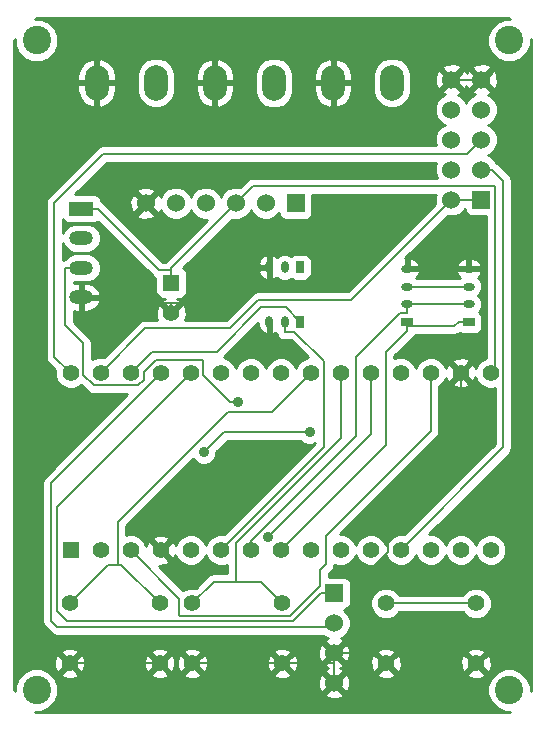
<source format=gbl>
G04 (created by PCBNEW-RS274X (2012-apr-16-27)-stable) date Mon 12 May 2014 12:41:31 BST*
G01*
G70*
G90*
%MOIN*%
G04 Gerber Fmt 3.4, Leading zero omitted, Abs format*
%FSLAX34Y34*%
G04 APERTURE LIST*
%ADD10C,0.006000*%
%ADD11C,0.055000*%
%ADD12R,0.060000X0.060000*%
%ADD13C,0.060000*%
%ADD14O,0.039400X0.027600*%
%ADD15R,0.039400X0.027600*%
%ADD16O,0.027600X0.039400*%
%ADD17R,0.027600X0.039400*%
%ADD18R,0.055000X0.055000*%
%ADD19C,0.094500*%
%ADD20O,0.078700X0.047200*%
%ADD21R,0.078800X0.047200*%
%ADD22O,0.078700X0.118700*%
%ADD23C,0.035000*%
%ADD24C,0.008000*%
%ADD25C,0.010000*%
G04 APERTURE END LIST*
G54D10*
G54D11*
X73863Y-44276D03*
X73863Y-46276D03*
X70863Y-44276D03*
X70863Y-46276D03*
X67406Y-44276D03*
X67406Y-46276D03*
X64406Y-44276D03*
X64406Y-46276D03*
X63312Y-44276D03*
X63312Y-46276D03*
X60312Y-44276D03*
X60312Y-46276D03*
G54D12*
X69134Y-43933D03*
G54D13*
X69134Y-44933D03*
X69134Y-45933D03*
X69134Y-46933D03*
G54D12*
X67854Y-30945D03*
G54D13*
X66854Y-30945D03*
X65854Y-30945D03*
X64854Y-30945D03*
X63854Y-30945D03*
X62854Y-30945D03*
G54D14*
X71574Y-33130D03*
G54D15*
X71574Y-34902D03*
G54D14*
X71574Y-33721D03*
X71574Y-34311D03*
X71574Y-34311D03*
X71574Y-33721D03*
G54D15*
X71574Y-34902D03*
G54D14*
X71574Y-33130D03*
X73622Y-33130D03*
G54D15*
X73622Y-34902D03*
G54D14*
X73622Y-33721D03*
X73622Y-34311D03*
X73622Y-34311D03*
X73622Y-33721D03*
G54D15*
X73622Y-34902D03*
G54D14*
X73622Y-33130D03*
G54D16*
X67481Y-34882D03*
X66969Y-34882D03*
G54D17*
X67993Y-34882D03*
G54D16*
X67481Y-33071D03*
X66969Y-33071D03*
G54D17*
X67993Y-33071D03*
G54D18*
X63701Y-33594D03*
G54D11*
X63701Y-34594D03*
X74351Y-42500D03*
X73351Y-36594D03*
X72351Y-36594D03*
X71351Y-36594D03*
X70351Y-36594D03*
X69351Y-36594D03*
X68351Y-36594D03*
X67351Y-36594D03*
X66351Y-36594D03*
X65351Y-36594D03*
X64351Y-36594D03*
X63351Y-36594D03*
X62351Y-36594D03*
X61351Y-36594D03*
X60351Y-36594D03*
G54D18*
X60351Y-42500D03*
G54D11*
X61351Y-42500D03*
X62351Y-42500D03*
X63351Y-42500D03*
X64351Y-42500D03*
X65351Y-42500D03*
X66351Y-42500D03*
X67351Y-42500D03*
X68351Y-42500D03*
X69351Y-42500D03*
X70351Y-42500D03*
X71351Y-42500D03*
X72351Y-42500D03*
X73351Y-42500D03*
X74351Y-36594D03*
G54D12*
X74043Y-30819D03*
G54D13*
X73043Y-30819D03*
X74043Y-29819D03*
X73043Y-29819D03*
X74043Y-28819D03*
X73043Y-28819D03*
X74043Y-27819D03*
X73043Y-27819D03*
X74043Y-26819D03*
X73043Y-26819D03*
G54D19*
X74962Y-47165D03*
X59213Y-25512D03*
X74961Y-25512D03*
X59214Y-47165D03*
G54D20*
X60709Y-32106D03*
X60709Y-33090D03*
G54D21*
X60709Y-31122D03*
G54D20*
X60709Y-34074D03*
G54D22*
X63189Y-26929D03*
X61221Y-26929D03*
X67125Y-26930D03*
X65157Y-26930D03*
X71063Y-26929D03*
X69095Y-26929D03*
G54D23*
X65919Y-37551D03*
X68316Y-38560D03*
X64786Y-39238D03*
X66917Y-42076D03*
G54D24*
X66600Y-34158D02*
X65647Y-35111D01*
X69704Y-34158D02*
X66600Y-34158D01*
X73043Y-30819D02*
X69704Y-34158D01*
X74043Y-30819D02*
X73600Y-30819D01*
X73043Y-30819D02*
X73600Y-30819D01*
X62834Y-35111D02*
X61351Y-36594D01*
X65647Y-35111D02*
X62834Y-35111D01*
X65223Y-35888D02*
X63057Y-35888D01*
X66705Y-34406D02*
X65223Y-35888D01*
X67517Y-34406D02*
X66705Y-34406D01*
X67993Y-34882D02*
X67517Y-34406D01*
X63057Y-35888D02*
X62351Y-36594D01*
X71574Y-33721D02*
X71914Y-33721D01*
X73622Y-33721D02*
X73282Y-33721D01*
X73282Y-33721D02*
X71914Y-33721D01*
X67481Y-34882D02*
X67481Y-35222D01*
X68785Y-39066D02*
X65351Y-42500D01*
X68785Y-36196D02*
X68785Y-39066D01*
X67811Y-35222D02*
X68785Y-36196D01*
X67481Y-35222D02*
X67811Y-35222D01*
X74382Y-29819D02*
X74043Y-29819D01*
X71351Y-42500D02*
X74776Y-39075D01*
X74776Y-39075D02*
X74776Y-30213D01*
X74776Y-30213D02*
X74382Y-29819D01*
X61599Y-42989D02*
X61917Y-42989D01*
X60312Y-44276D02*
X61599Y-42989D01*
X62025Y-42989D02*
X63312Y-44276D01*
X61917Y-42989D02*
X62025Y-42989D01*
X67055Y-37890D02*
X68351Y-36594D01*
X65600Y-37890D02*
X67055Y-37890D01*
X61917Y-41573D02*
X65600Y-37890D01*
X61917Y-42989D02*
X61917Y-41573D01*
X64748Y-36160D02*
X64770Y-36182D01*
X63193Y-36160D02*
X64748Y-36160D01*
X62785Y-36568D02*
X63193Y-36160D01*
X62785Y-36832D02*
X62785Y-36568D01*
X62604Y-37013D02*
X62785Y-36832D01*
X60172Y-33090D02*
X60172Y-35003D01*
X64770Y-36182D02*
X64770Y-36665D01*
X64770Y-36665D02*
X65656Y-37551D01*
X65656Y-37551D02*
X65919Y-37551D01*
X60709Y-33090D02*
X60172Y-33090D01*
X61118Y-37013D02*
X62604Y-37013D01*
X60770Y-36665D02*
X61118Y-37013D01*
X60770Y-35601D02*
X60770Y-36665D01*
X60172Y-35003D02*
X60770Y-35601D01*
X65464Y-38560D02*
X68316Y-38560D01*
X64786Y-39238D02*
X65464Y-38560D01*
X67668Y-44695D02*
X68677Y-43686D01*
X72351Y-38541D02*
X72351Y-36594D01*
X68851Y-42041D02*
X72351Y-38541D01*
X62351Y-42500D02*
X63970Y-44119D01*
X68677Y-43150D02*
X68851Y-42976D01*
X63992Y-44695D02*
X67668Y-44695D01*
X63970Y-44673D02*
X63992Y-44695D01*
X63970Y-44119D02*
X63970Y-44673D01*
X68851Y-42976D02*
X68851Y-42041D01*
X68677Y-43686D02*
X68677Y-43150D01*
X59805Y-36048D02*
X60351Y-36594D01*
X59805Y-30932D02*
X59805Y-36048D01*
X61436Y-29301D02*
X59805Y-30932D01*
X73561Y-29301D02*
X61436Y-29301D01*
X74043Y-28819D02*
X73561Y-29301D01*
X70851Y-35906D02*
X71574Y-35183D01*
X71574Y-35042D02*
X73142Y-35042D01*
X73142Y-35042D02*
X73282Y-34902D01*
X71574Y-35042D02*
X71574Y-35183D01*
X71574Y-34902D02*
X71574Y-35042D01*
X67351Y-42500D02*
X70851Y-39000D01*
X70851Y-39000D02*
X70851Y-35906D01*
X73622Y-34902D02*
X73282Y-34902D01*
X71574Y-34311D02*
X71574Y-34592D01*
X69851Y-38692D02*
X66351Y-42192D01*
X66351Y-42192D02*
X66351Y-42500D01*
X69851Y-36066D02*
X69851Y-38692D01*
X71325Y-34592D02*
X69851Y-36066D01*
X71574Y-34592D02*
X71325Y-34592D01*
X73622Y-34311D02*
X73282Y-34311D01*
X71574Y-34311D02*
X71914Y-34311D01*
X71914Y-34311D02*
X73282Y-34311D01*
X65851Y-42261D02*
X65851Y-43551D01*
X69351Y-38761D02*
X65851Y-42261D01*
X69351Y-36594D02*
X69351Y-38761D01*
X66681Y-43551D02*
X65851Y-43551D01*
X67406Y-44276D02*
X66681Y-43551D01*
X65131Y-43551D02*
X64406Y-44276D01*
X65851Y-43551D02*
X65131Y-43551D01*
X70351Y-38642D02*
X66917Y-42076D01*
X73863Y-44276D02*
X70863Y-44276D01*
X70351Y-36594D02*
X70351Y-38642D01*
X69006Y-45061D02*
X69134Y-44933D01*
X59889Y-45061D02*
X69006Y-45061D01*
X59685Y-44857D02*
X59889Y-45061D01*
X59685Y-40260D02*
X59685Y-44857D01*
X63351Y-36594D02*
X59685Y-40260D01*
X59888Y-41057D02*
X59888Y-44532D01*
X60234Y-44878D02*
X67746Y-44878D01*
X59888Y-44532D02*
X60234Y-44878D01*
X67746Y-44878D02*
X68691Y-43933D01*
X64351Y-36594D02*
X59888Y-41057D01*
X69134Y-43933D02*
X68691Y-43933D01*
X69134Y-45933D02*
X69134Y-46276D01*
X69134Y-46276D02*
X69134Y-46933D01*
X69134Y-45933D02*
X70306Y-45933D01*
X70306Y-45933D02*
X70520Y-45933D01*
X70520Y-45933D02*
X70863Y-46276D01*
X73351Y-36594D02*
X73351Y-39848D01*
X73351Y-39848D02*
X70932Y-42267D01*
X70932Y-42267D02*
X70932Y-42571D01*
X70932Y-42571D02*
X70306Y-43197D01*
X70306Y-43197D02*
X70306Y-45933D01*
X64406Y-46276D02*
X67406Y-46276D01*
X66688Y-33071D02*
X65502Y-34257D01*
X65502Y-34257D02*
X63701Y-34257D01*
X63701Y-34594D02*
X63701Y-34257D01*
X60709Y-34074D02*
X61246Y-34074D01*
X66969Y-33071D02*
X66688Y-33071D01*
X68558Y-26929D02*
X67509Y-25880D01*
X61429Y-34257D02*
X61246Y-34074D01*
X60312Y-46276D02*
X63312Y-46276D01*
X74043Y-26819D02*
X73043Y-26819D01*
X63701Y-34257D02*
X61429Y-34257D01*
X67509Y-25880D02*
X66744Y-25880D01*
X68827Y-26929D02*
X69095Y-26929D01*
X65157Y-26930D02*
X65694Y-26930D01*
X67406Y-46276D02*
X69134Y-46276D01*
X69095Y-26929D02*
X69632Y-26929D01*
X69632Y-26929D02*
X70432Y-26129D01*
X70432Y-26129D02*
X72353Y-26129D01*
X72353Y-26129D02*
X73043Y-26819D01*
X68827Y-26929D02*
X68558Y-26929D01*
X66744Y-25880D02*
X65694Y-26930D01*
X60709Y-31122D02*
X61246Y-31122D01*
X63701Y-33594D02*
X63701Y-33176D01*
X63300Y-33176D02*
X63701Y-33176D01*
X61246Y-31122D02*
X63300Y-33176D01*
X63701Y-33098D02*
X65854Y-30945D01*
X63701Y-33176D02*
X63701Y-33098D01*
X74487Y-36458D02*
X74351Y-36594D01*
X74487Y-30397D02*
X74487Y-36458D01*
X74465Y-30375D02*
X74487Y-30397D01*
X66424Y-30375D02*
X74465Y-30375D01*
X65854Y-30945D02*
X66424Y-30375D01*
G54D10*
G36*
X68248Y-36069D02*
X68247Y-36069D01*
X68054Y-36149D01*
X67906Y-36296D01*
X67850Y-36429D01*
X67796Y-36297D01*
X67649Y-36149D01*
X67456Y-36069D01*
X67247Y-36069D01*
X67054Y-36149D01*
X66919Y-36283D01*
X66906Y-36296D01*
X66850Y-36429D01*
X66796Y-36297D01*
X66649Y-36149D01*
X66456Y-36069D01*
X66247Y-36069D01*
X66054Y-36149D01*
X65906Y-36296D01*
X65850Y-36429D01*
X65796Y-36297D01*
X65649Y-36149D01*
X65456Y-36069D01*
X65452Y-36069D01*
X66581Y-34940D01*
X66581Y-34982D01*
X66596Y-34982D01*
X66587Y-34992D01*
X66636Y-35134D01*
X66735Y-35247D01*
X66860Y-35312D01*
X66919Y-35263D01*
X66919Y-34982D01*
X66919Y-34932D01*
X66919Y-34832D01*
X67019Y-34832D01*
X67019Y-34932D01*
X67019Y-34982D01*
X67019Y-35263D01*
X67078Y-35312D01*
X67196Y-35250D01*
X67213Y-35333D01*
X67276Y-35427D01*
X67370Y-35490D01*
X67481Y-35512D01*
X67691Y-35512D01*
X68248Y-36069D01*
X68248Y-36069D01*
G37*
G54D25*
X68248Y-36069D02*
X68247Y-36069D01*
X68054Y-36149D01*
X67906Y-36296D01*
X67850Y-36429D01*
X67796Y-36297D01*
X67649Y-36149D01*
X67456Y-36069D01*
X67247Y-36069D01*
X67054Y-36149D01*
X66919Y-36283D01*
X66906Y-36296D01*
X66850Y-36429D01*
X66796Y-36297D01*
X66649Y-36149D01*
X66456Y-36069D01*
X66247Y-36069D01*
X66054Y-36149D01*
X65906Y-36296D01*
X65850Y-36429D01*
X65796Y-36297D01*
X65649Y-36149D01*
X65456Y-36069D01*
X65452Y-36069D01*
X66581Y-34940D01*
X66581Y-34982D01*
X66596Y-34982D01*
X66587Y-34992D01*
X66636Y-35134D01*
X66735Y-35247D01*
X66860Y-35312D01*
X66919Y-35263D01*
X66919Y-34982D01*
X66919Y-34932D01*
X66919Y-34832D01*
X67019Y-34832D01*
X67019Y-34932D01*
X67019Y-34982D01*
X67019Y-35263D01*
X67078Y-35312D01*
X67196Y-35250D01*
X67213Y-35333D01*
X67276Y-35427D01*
X67370Y-35490D01*
X67481Y-35512D01*
X67691Y-35512D01*
X68248Y-36069D01*
G54D10*
G36*
X68494Y-38946D02*
X65463Y-41977D01*
X65456Y-41975D01*
X65247Y-41975D01*
X65054Y-42055D01*
X64906Y-42202D01*
X64850Y-42335D01*
X64796Y-42203D01*
X64649Y-42055D01*
X64456Y-41975D01*
X64247Y-41975D01*
X64054Y-42055D01*
X63906Y-42202D01*
X63847Y-42342D01*
X63803Y-42233D01*
X63712Y-42210D01*
X63641Y-42281D01*
X63641Y-42139D01*
X63618Y-42048D01*
X63425Y-41981D01*
X63221Y-41992D01*
X63084Y-42048D01*
X63061Y-42139D01*
X63351Y-42429D01*
X63641Y-42139D01*
X63641Y-42281D01*
X63422Y-42500D01*
X63712Y-42790D01*
X63803Y-42767D01*
X63844Y-42648D01*
X63906Y-42797D01*
X64053Y-42945D01*
X64246Y-43025D01*
X64455Y-43025D01*
X64648Y-42945D01*
X64796Y-42798D01*
X64851Y-42664D01*
X64906Y-42797D01*
X65053Y-42945D01*
X65246Y-43025D01*
X65455Y-43025D01*
X65561Y-42981D01*
X65561Y-43261D01*
X65131Y-43261D01*
X65020Y-43283D01*
X64926Y-43346D01*
X64518Y-43753D01*
X64511Y-43751D01*
X64302Y-43751D01*
X64109Y-43831D01*
X64100Y-43839D01*
X63279Y-43018D01*
X63481Y-43008D01*
X63618Y-42952D01*
X63641Y-42861D01*
X63386Y-42606D01*
X63351Y-42571D01*
X63280Y-42500D01*
X63245Y-42465D01*
X62990Y-42210D01*
X62899Y-42233D01*
X62857Y-42351D01*
X62796Y-42203D01*
X62649Y-42055D01*
X62456Y-41975D01*
X62247Y-41975D01*
X62207Y-41991D01*
X62207Y-41693D01*
X64424Y-39475D01*
X64425Y-39478D01*
X64545Y-39598D01*
X64701Y-39663D01*
X64870Y-39663D01*
X65026Y-39599D01*
X65146Y-39479D01*
X65211Y-39323D01*
X65211Y-39223D01*
X65584Y-38850D01*
X68005Y-38850D01*
X68075Y-38920D01*
X68231Y-38985D01*
X68400Y-38985D01*
X68494Y-38946D01*
X68494Y-38946D01*
G37*
G54D25*
X68494Y-38946D02*
X65463Y-41977D01*
X65456Y-41975D01*
X65247Y-41975D01*
X65054Y-42055D01*
X64906Y-42202D01*
X64850Y-42335D01*
X64796Y-42203D01*
X64649Y-42055D01*
X64456Y-41975D01*
X64247Y-41975D01*
X64054Y-42055D01*
X63906Y-42202D01*
X63847Y-42342D01*
X63803Y-42233D01*
X63712Y-42210D01*
X63641Y-42281D01*
X63641Y-42139D01*
X63618Y-42048D01*
X63425Y-41981D01*
X63221Y-41992D01*
X63084Y-42048D01*
X63061Y-42139D01*
X63351Y-42429D01*
X63641Y-42139D01*
X63641Y-42281D01*
X63422Y-42500D01*
X63712Y-42790D01*
X63803Y-42767D01*
X63844Y-42648D01*
X63906Y-42797D01*
X64053Y-42945D01*
X64246Y-43025D01*
X64455Y-43025D01*
X64648Y-42945D01*
X64796Y-42798D01*
X64851Y-42664D01*
X64906Y-42797D01*
X65053Y-42945D01*
X65246Y-43025D01*
X65455Y-43025D01*
X65561Y-42981D01*
X65561Y-43261D01*
X65131Y-43261D01*
X65020Y-43283D01*
X64926Y-43346D01*
X64518Y-43753D01*
X64511Y-43751D01*
X64302Y-43751D01*
X64109Y-43831D01*
X64100Y-43839D01*
X63279Y-43018D01*
X63481Y-43008D01*
X63618Y-42952D01*
X63641Y-42861D01*
X63386Y-42606D01*
X63351Y-42571D01*
X63280Y-42500D01*
X63245Y-42465D01*
X62990Y-42210D01*
X62899Y-42233D01*
X62857Y-42351D01*
X62796Y-42203D01*
X62649Y-42055D01*
X62456Y-41975D01*
X62247Y-41975D01*
X62207Y-41991D01*
X62207Y-41693D01*
X64424Y-39475D01*
X64425Y-39478D01*
X64545Y-39598D01*
X64701Y-39663D01*
X64870Y-39663D01*
X65026Y-39599D01*
X65146Y-39479D01*
X65211Y-39323D01*
X65211Y-39223D01*
X65584Y-38850D01*
X68005Y-38850D01*
X68075Y-38920D01*
X68231Y-38985D01*
X68400Y-38985D01*
X68494Y-38946D01*
G54D10*
G36*
X72512Y-30665D02*
X72494Y-30710D01*
X72494Y-30928D01*
X72502Y-30949D01*
X69584Y-33868D01*
X68380Y-33868D01*
X68380Y-33318D01*
X68380Y-33219D01*
X68380Y-32825D01*
X68342Y-32733D01*
X68272Y-32663D01*
X68181Y-32625D01*
X68082Y-32625D01*
X67806Y-32625D01*
X67714Y-32663D01*
X67695Y-32681D01*
X67558Y-32623D01*
X67406Y-32623D01*
X67266Y-32681D01*
X67220Y-32726D01*
X67203Y-32706D01*
X67078Y-32641D01*
X67019Y-32690D01*
X67019Y-32971D01*
X67019Y-33021D01*
X67019Y-33121D01*
X67019Y-33171D01*
X67019Y-33452D01*
X67078Y-33501D01*
X67203Y-33436D01*
X67220Y-33415D01*
X67265Y-33460D01*
X67404Y-33519D01*
X67556Y-33519D01*
X67696Y-33461D01*
X67714Y-33479D01*
X67805Y-33517D01*
X67904Y-33517D01*
X68180Y-33517D01*
X68272Y-33479D01*
X68342Y-33409D01*
X68380Y-33318D01*
X68380Y-33868D01*
X66919Y-33868D01*
X66919Y-33452D01*
X66919Y-33121D01*
X66919Y-33021D01*
X66919Y-32690D01*
X66860Y-32641D01*
X66735Y-32706D01*
X66636Y-32819D01*
X66587Y-32961D01*
X66646Y-33021D01*
X66919Y-33021D01*
X66919Y-33121D01*
X66646Y-33121D01*
X66587Y-33181D01*
X66636Y-33323D01*
X66735Y-33436D01*
X66860Y-33501D01*
X66919Y-33452D01*
X66919Y-33868D01*
X66600Y-33868D01*
X66489Y-33890D01*
X66457Y-33911D01*
X66394Y-33953D01*
X65526Y-34821D01*
X64166Y-34821D01*
X64220Y-34668D01*
X64209Y-34464D01*
X64153Y-34327D01*
X64062Y-34304D01*
X63807Y-34559D01*
X63772Y-34594D01*
X63701Y-34665D01*
X63630Y-34594D01*
X63595Y-34559D01*
X63340Y-34304D01*
X63249Y-34327D01*
X63182Y-34520D01*
X63193Y-34724D01*
X63232Y-34821D01*
X62834Y-34821D01*
X62723Y-34843D01*
X62629Y-34906D01*
X61463Y-36071D01*
X61456Y-36069D01*
X61335Y-36069D01*
X61335Y-34199D01*
X61335Y-33949D01*
X61325Y-33914D01*
X61229Y-33750D01*
X61078Y-33636D01*
X60894Y-33588D01*
X60759Y-33588D01*
X60759Y-34024D01*
X61287Y-34024D01*
X61335Y-33949D01*
X61335Y-34199D01*
X61287Y-34124D01*
X60759Y-34124D01*
X60759Y-34560D01*
X60894Y-34560D01*
X61078Y-34512D01*
X61229Y-34398D01*
X61325Y-34234D01*
X61335Y-34199D01*
X61335Y-36069D01*
X61247Y-36069D01*
X61060Y-36146D01*
X61060Y-35601D01*
X61038Y-35490D01*
X61037Y-35489D01*
X61016Y-35458D01*
X60975Y-35396D01*
X60975Y-35395D01*
X60462Y-34882D01*
X60462Y-34543D01*
X60524Y-34560D01*
X60659Y-34560D01*
X60659Y-34174D01*
X60659Y-34124D01*
X60659Y-34024D01*
X60659Y-33974D01*
X60659Y-33588D01*
X60524Y-33588D01*
X60462Y-33604D01*
X60462Y-33567D01*
X60634Y-33567D01*
X60972Y-33567D01*
X61147Y-33495D01*
X61282Y-33361D01*
X61355Y-33186D01*
X61355Y-32996D01*
X61283Y-32821D01*
X61149Y-32686D01*
X60974Y-32613D01*
X60784Y-32613D01*
X60446Y-32613D01*
X60271Y-32685D01*
X60150Y-32804D01*
X60095Y-32815D01*
X60095Y-32277D01*
X60135Y-32375D01*
X60269Y-32510D01*
X60444Y-32583D01*
X60634Y-32583D01*
X60972Y-32583D01*
X61147Y-32511D01*
X61282Y-32377D01*
X61355Y-32202D01*
X61355Y-32012D01*
X61283Y-31837D01*
X61149Y-31702D01*
X60974Y-31629D01*
X60784Y-31629D01*
X60446Y-31629D01*
X60271Y-31701D01*
X60136Y-31835D01*
X60095Y-31933D01*
X60095Y-31477D01*
X60104Y-31499D01*
X60174Y-31569D01*
X60265Y-31607D01*
X60364Y-31607D01*
X61152Y-31607D01*
X61244Y-31569D01*
X61263Y-31549D01*
X63094Y-33380D01*
X63095Y-33381D01*
X63177Y-33435D01*
X63177Y-33918D01*
X63215Y-34010D01*
X63285Y-34080D01*
X63376Y-34118D01*
X63475Y-34118D01*
X63492Y-34118D01*
X63434Y-34142D01*
X63411Y-34233D01*
X63701Y-34523D01*
X63991Y-34233D01*
X63968Y-34142D01*
X63898Y-34118D01*
X64025Y-34118D01*
X64117Y-34080D01*
X64187Y-34010D01*
X64225Y-33919D01*
X64225Y-33820D01*
X64225Y-33270D01*
X64187Y-33178D01*
X64117Y-33108D01*
X64105Y-33103D01*
X65723Y-31485D01*
X65745Y-31494D01*
X65963Y-31494D01*
X66165Y-31410D01*
X66319Y-31256D01*
X66354Y-31171D01*
X66389Y-31256D01*
X66543Y-31410D01*
X66745Y-31494D01*
X66963Y-31494D01*
X67165Y-31410D01*
X67305Y-31270D01*
X67305Y-31294D01*
X67343Y-31386D01*
X67413Y-31456D01*
X67504Y-31494D01*
X67603Y-31494D01*
X68203Y-31494D01*
X68295Y-31456D01*
X68365Y-31386D01*
X68403Y-31295D01*
X68403Y-31196D01*
X68403Y-30665D01*
X72512Y-30665D01*
X72512Y-30665D01*
G37*
G54D25*
X72512Y-30665D02*
X72494Y-30710D01*
X72494Y-30928D01*
X72502Y-30949D01*
X69584Y-33868D01*
X68380Y-33868D01*
X68380Y-33318D01*
X68380Y-33219D01*
X68380Y-32825D01*
X68342Y-32733D01*
X68272Y-32663D01*
X68181Y-32625D01*
X68082Y-32625D01*
X67806Y-32625D01*
X67714Y-32663D01*
X67695Y-32681D01*
X67558Y-32623D01*
X67406Y-32623D01*
X67266Y-32681D01*
X67220Y-32726D01*
X67203Y-32706D01*
X67078Y-32641D01*
X67019Y-32690D01*
X67019Y-32971D01*
X67019Y-33021D01*
X67019Y-33121D01*
X67019Y-33171D01*
X67019Y-33452D01*
X67078Y-33501D01*
X67203Y-33436D01*
X67220Y-33415D01*
X67265Y-33460D01*
X67404Y-33519D01*
X67556Y-33519D01*
X67696Y-33461D01*
X67714Y-33479D01*
X67805Y-33517D01*
X67904Y-33517D01*
X68180Y-33517D01*
X68272Y-33479D01*
X68342Y-33409D01*
X68380Y-33318D01*
X68380Y-33868D01*
X66919Y-33868D01*
X66919Y-33452D01*
X66919Y-33121D01*
X66919Y-33021D01*
X66919Y-32690D01*
X66860Y-32641D01*
X66735Y-32706D01*
X66636Y-32819D01*
X66587Y-32961D01*
X66646Y-33021D01*
X66919Y-33021D01*
X66919Y-33121D01*
X66646Y-33121D01*
X66587Y-33181D01*
X66636Y-33323D01*
X66735Y-33436D01*
X66860Y-33501D01*
X66919Y-33452D01*
X66919Y-33868D01*
X66600Y-33868D01*
X66489Y-33890D01*
X66457Y-33911D01*
X66394Y-33953D01*
X65526Y-34821D01*
X64166Y-34821D01*
X64220Y-34668D01*
X64209Y-34464D01*
X64153Y-34327D01*
X64062Y-34304D01*
X63807Y-34559D01*
X63772Y-34594D01*
X63701Y-34665D01*
X63630Y-34594D01*
X63595Y-34559D01*
X63340Y-34304D01*
X63249Y-34327D01*
X63182Y-34520D01*
X63193Y-34724D01*
X63232Y-34821D01*
X62834Y-34821D01*
X62723Y-34843D01*
X62629Y-34906D01*
X61463Y-36071D01*
X61456Y-36069D01*
X61335Y-36069D01*
X61335Y-34199D01*
X61335Y-33949D01*
X61325Y-33914D01*
X61229Y-33750D01*
X61078Y-33636D01*
X60894Y-33588D01*
X60759Y-33588D01*
X60759Y-34024D01*
X61287Y-34024D01*
X61335Y-33949D01*
X61335Y-34199D01*
X61287Y-34124D01*
X60759Y-34124D01*
X60759Y-34560D01*
X60894Y-34560D01*
X61078Y-34512D01*
X61229Y-34398D01*
X61325Y-34234D01*
X61335Y-34199D01*
X61335Y-36069D01*
X61247Y-36069D01*
X61060Y-36146D01*
X61060Y-35601D01*
X61038Y-35490D01*
X61037Y-35489D01*
X61016Y-35458D01*
X60975Y-35396D01*
X60975Y-35395D01*
X60462Y-34882D01*
X60462Y-34543D01*
X60524Y-34560D01*
X60659Y-34560D01*
X60659Y-34174D01*
X60659Y-34124D01*
X60659Y-34024D01*
X60659Y-33974D01*
X60659Y-33588D01*
X60524Y-33588D01*
X60462Y-33604D01*
X60462Y-33567D01*
X60634Y-33567D01*
X60972Y-33567D01*
X61147Y-33495D01*
X61282Y-33361D01*
X61355Y-33186D01*
X61355Y-32996D01*
X61283Y-32821D01*
X61149Y-32686D01*
X60974Y-32613D01*
X60784Y-32613D01*
X60446Y-32613D01*
X60271Y-32685D01*
X60150Y-32804D01*
X60095Y-32815D01*
X60095Y-32277D01*
X60135Y-32375D01*
X60269Y-32510D01*
X60444Y-32583D01*
X60634Y-32583D01*
X60972Y-32583D01*
X61147Y-32511D01*
X61282Y-32377D01*
X61355Y-32202D01*
X61355Y-32012D01*
X61283Y-31837D01*
X61149Y-31702D01*
X60974Y-31629D01*
X60784Y-31629D01*
X60446Y-31629D01*
X60271Y-31701D01*
X60136Y-31835D01*
X60095Y-31933D01*
X60095Y-31477D01*
X60104Y-31499D01*
X60174Y-31569D01*
X60265Y-31607D01*
X60364Y-31607D01*
X61152Y-31607D01*
X61244Y-31569D01*
X61263Y-31549D01*
X63094Y-33380D01*
X63095Y-33381D01*
X63177Y-33435D01*
X63177Y-33918D01*
X63215Y-34010D01*
X63285Y-34080D01*
X63376Y-34118D01*
X63475Y-34118D01*
X63492Y-34118D01*
X63434Y-34142D01*
X63411Y-34233D01*
X63701Y-34523D01*
X63991Y-34233D01*
X63968Y-34142D01*
X63898Y-34118D01*
X64025Y-34118D01*
X64117Y-34080D01*
X64187Y-34010D01*
X64225Y-33919D01*
X64225Y-33820D01*
X64225Y-33270D01*
X64187Y-33178D01*
X64117Y-33108D01*
X64105Y-33103D01*
X65723Y-31485D01*
X65745Y-31494D01*
X65963Y-31494D01*
X66165Y-31410D01*
X66319Y-31256D01*
X66354Y-31171D01*
X66389Y-31256D01*
X66543Y-31410D01*
X66745Y-31494D01*
X66963Y-31494D01*
X67165Y-31410D01*
X67305Y-31270D01*
X67305Y-31294D01*
X67343Y-31386D01*
X67413Y-31456D01*
X67504Y-31494D01*
X67603Y-31494D01*
X68203Y-31494D01*
X68295Y-31456D01*
X68365Y-31386D01*
X68403Y-31295D01*
X68403Y-31196D01*
X68403Y-30665D01*
X72512Y-30665D01*
G54D10*
G36*
X72559Y-30085D02*
X66424Y-30085D01*
X66313Y-30107D01*
X66219Y-30170D01*
X65984Y-30404D01*
X65963Y-30396D01*
X65745Y-30396D01*
X65543Y-30480D01*
X65389Y-30634D01*
X65354Y-30718D01*
X65319Y-30634D01*
X65165Y-30480D01*
X64963Y-30396D01*
X64745Y-30396D01*
X64543Y-30480D01*
X64389Y-30634D01*
X64354Y-30718D01*
X64319Y-30634D01*
X64165Y-30480D01*
X63963Y-30396D01*
X63745Y-30396D01*
X63543Y-30480D01*
X63389Y-30634D01*
X63351Y-30725D01*
X63326Y-30664D01*
X63232Y-30637D01*
X63162Y-30707D01*
X63162Y-30567D01*
X63135Y-30473D01*
X62933Y-30402D01*
X62720Y-30413D01*
X62573Y-30473D01*
X62546Y-30567D01*
X62854Y-30874D01*
X63162Y-30567D01*
X63162Y-30707D01*
X62925Y-30945D01*
X63232Y-31253D01*
X63326Y-31226D01*
X63349Y-31160D01*
X63389Y-31256D01*
X63543Y-31410D01*
X63745Y-31494D01*
X63963Y-31494D01*
X64165Y-31410D01*
X64319Y-31256D01*
X64354Y-31171D01*
X64389Y-31256D01*
X64543Y-31410D01*
X64745Y-31494D01*
X64895Y-31494D01*
X63503Y-32886D01*
X63420Y-32886D01*
X63162Y-32628D01*
X63162Y-31323D01*
X62854Y-31016D01*
X62783Y-31086D01*
X62783Y-30945D01*
X62476Y-30637D01*
X62382Y-30664D01*
X62311Y-30866D01*
X62322Y-31079D01*
X62382Y-31226D01*
X62476Y-31253D01*
X62783Y-30945D01*
X62783Y-31086D01*
X62546Y-31323D01*
X62573Y-31417D01*
X62775Y-31488D01*
X62988Y-31477D01*
X63135Y-31417D01*
X63162Y-31323D01*
X63162Y-32628D01*
X61451Y-30917D01*
X61357Y-30854D01*
X61352Y-30853D01*
X61352Y-30837D01*
X61314Y-30745D01*
X61244Y-30675D01*
X61153Y-30637D01*
X61054Y-30637D01*
X60510Y-30637D01*
X61556Y-29591D01*
X72543Y-29591D01*
X72494Y-29710D01*
X72494Y-29928D01*
X72559Y-30085D01*
X72559Y-30085D01*
G37*
G54D25*
X72559Y-30085D02*
X66424Y-30085D01*
X66313Y-30107D01*
X66219Y-30170D01*
X65984Y-30404D01*
X65963Y-30396D01*
X65745Y-30396D01*
X65543Y-30480D01*
X65389Y-30634D01*
X65354Y-30718D01*
X65319Y-30634D01*
X65165Y-30480D01*
X64963Y-30396D01*
X64745Y-30396D01*
X64543Y-30480D01*
X64389Y-30634D01*
X64354Y-30718D01*
X64319Y-30634D01*
X64165Y-30480D01*
X63963Y-30396D01*
X63745Y-30396D01*
X63543Y-30480D01*
X63389Y-30634D01*
X63351Y-30725D01*
X63326Y-30664D01*
X63232Y-30637D01*
X63162Y-30707D01*
X63162Y-30567D01*
X63135Y-30473D01*
X62933Y-30402D01*
X62720Y-30413D01*
X62573Y-30473D01*
X62546Y-30567D01*
X62854Y-30874D01*
X63162Y-30567D01*
X63162Y-30707D01*
X62925Y-30945D01*
X63232Y-31253D01*
X63326Y-31226D01*
X63349Y-31160D01*
X63389Y-31256D01*
X63543Y-31410D01*
X63745Y-31494D01*
X63963Y-31494D01*
X64165Y-31410D01*
X64319Y-31256D01*
X64354Y-31171D01*
X64389Y-31256D01*
X64543Y-31410D01*
X64745Y-31494D01*
X64895Y-31494D01*
X63503Y-32886D01*
X63420Y-32886D01*
X63162Y-32628D01*
X63162Y-31323D01*
X62854Y-31016D01*
X62783Y-31086D01*
X62783Y-30945D01*
X62476Y-30637D01*
X62382Y-30664D01*
X62311Y-30866D01*
X62322Y-31079D01*
X62382Y-31226D01*
X62476Y-31253D01*
X62783Y-30945D01*
X62783Y-31086D01*
X62546Y-31323D01*
X62573Y-31417D01*
X62775Y-31488D01*
X62988Y-31477D01*
X63135Y-31417D01*
X63162Y-31323D01*
X63162Y-32628D01*
X61451Y-30917D01*
X61357Y-30854D01*
X61352Y-30853D01*
X61352Y-30837D01*
X61314Y-30745D01*
X61244Y-30675D01*
X61153Y-30637D01*
X61054Y-30637D01*
X60510Y-30637D01*
X61556Y-29591D01*
X72543Y-29591D01*
X72494Y-29710D01*
X72494Y-29928D01*
X72559Y-30085D01*
G54D10*
G36*
X74486Y-38954D02*
X73641Y-39799D01*
X73641Y-36955D01*
X73351Y-36665D01*
X73061Y-36955D01*
X73084Y-37046D01*
X73277Y-37113D01*
X73481Y-37102D01*
X73618Y-37046D01*
X73641Y-36955D01*
X73641Y-39799D01*
X71463Y-41977D01*
X71456Y-41975D01*
X71247Y-41975D01*
X71054Y-42055D01*
X70906Y-42202D01*
X70850Y-42335D01*
X70796Y-42203D01*
X70649Y-42055D01*
X70456Y-41975D01*
X70247Y-41975D01*
X70054Y-42055D01*
X69906Y-42202D01*
X69850Y-42335D01*
X69796Y-42203D01*
X69649Y-42055D01*
X69456Y-41975D01*
X69327Y-41975D01*
X72556Y-38747D01*
X72556Y-38746D01*
X72597Y-38684D01*
X72618Y-38653D01*
X72619Y-38652D01*
X72640Y-38542D01*
X72641Y-38541D01*
X72641Y-37041D01*
X72648Y-37039D01*
X72796Y-36892D01*
X72854Y-36751D01*
X72899Y-36861D01*
X72990Y-36884D01*
X73280Y-36594D01*
X72990Y-36304D01*
X72899Y-36327D01*
X72857Y-36445D01*
X72796Y-36297D01*
X72649Y-36149D01*
X72456Y-36069D01*
X72247Y-36069D01*
X72054Y-36149D01*
X71906Y-36296D01*
X71850Y-36429D01*
X71796Y-36297D01*
X71649Y-36149D01*
X71456Y-36069D01*
X71247Y-36069D01*
X71141Y-36112D01*
X71141Y-36026D01*
X71779Y-35388D01*
X71816Y-35332D01*
X73142Y-35332D01*
X73253Y-35310D01*
X73319Y-35265D01*
X73375Y-35289D01*
X73474Y-35289D01*
X73868Y-35289D01*
X73960Y-35251D01*
X74030Y-35181D01*
X74068Y-35090D01*
X74068Y-34991D01*
X74068Y-34715D01*
X74030Y-34623D01*
X73972Y-34565D01*
X74011Y-34527D01*
X74070Y-34388D01*
X74070Y-34236D01*
X74012Y-34096D01*
X73932Y-34016D01*
X74011Y-33937D01*
X74070Y-33798D01*
X74070Y-33646D01*
X74012Y-33506D01*
X73924Y-33418D01*
X73987Y-33364D01*
X74052Y-33239D01*
X74052Y-33021D01*
X73987Y-32896D01*
X73874Y-32797D01*
X73732Y-32748D01*
X73672Y-32807D01*
X73672Y-33080D01*
X74003Y-33080D01*
X74052Y-33021D01*
X74052Y-33239D01*
X74003Y-33180D01*
X73722Y-33180D01*
X73672Y-33180D01*
X73572Y-33180D01*
X73572Y-33080D01*
X73572Y-32807D01*
X73512Y-32748D01*
X73370Y-32797D01*
X73257Y-32896D01*
X73192Y-33021D01*
X73241Y-33080D01*
X73572Y-33080D01*
X73572Y-33180D01*
X73522Y-33180D01*
X73241Y-33180D01*
X73192Y-33239D01*
X73257Y-33364D01*
X73319Y-33418D01*
X73307Y-33431D01*
X73282Y-33431D01*
X71914Y-33431D01*
X71889Y-33431D01*
X71876Y-33418D01*
X71939Y-33364D01*
X72004Y-33239D01*
X72004Y-33021D01*
X71939Y-32896D01*
X71826Y-32797D01*
X71684Y-32748D01*
X71624Y-32807D01*
X71624Y-33080D01*
X71955Y-33080D01*
X72004Y-33021D01*
X72004Y-33239D01*
X71955Y-33180D01*
X71674Y-33180D01*
X71624Y-33180D01*
X71524Y-33180D01*
X71524Y-33080D01*
X71524Y-33030D01*
X71524Y-32807D01*
X71494Y-32777D01*
X72912Y-31359D01*
X72934Y-31368D01*
X73152Y-31368D01*
X73354Y-31284D01*
X73494Y-31144D01*
X73494Y-31168D01*
X73532Y-31260D01*
X73602Y-31330D01*
X73693Y-31368D01*
X73792Y-31368D01*
X74197Y-31368D01*
X74197Y-36089D01*
X74054Y-36149D01*
X73906Y-36296D01*
X73847Y-36436D01*
X73803Y-36327D01*
X73712Y-36304D01*
X73641Y-36375D01*
X73641Y-36233D01*
X73618Y-36142D01*
X73425Y-36075D01*
X73221Y-36086D01*
X73084Y-36142D01*
X73061Y-36233D01*
X73351Y-36523D01*
X73641Y-36233D01*
X73641Y-36375D01*
X73422Y-36594D01*
X73712Y-36884D01*
X73803Y-36861D01*
X73844Y-36742D01*
X73906Y-36891D01*
X74053Y-37039D01*
X74246Y-37119D01*
X74455Y-37119D01*
X74486Y-37106D01*
X74486Y-38954D01*
X74486Y-38954D01*
G37*
G54D25*
X74486Y-38954D02*
X73641Y-39799D01*
X73641Y-36955D01*
X73351Y-36665D01*
X73061Y-36955D01*
X73084Y-37046D01*
X73277Y-37113D01*
X73481Y-37102D01*
X73618Y-37046D01*
X73641Y-36955D01*
X73641Y-39799D01*
X71463Y-41977D01*
X71456Y-41975D01*
X71247Y-41975D01*
X71054Y-42055D01*
X70906Y-42202D01*
X70850Y-42335D01*
X70796Y-42203D01*
X70649Y-42055D01*
X70456Y-41975D01*
X70247Y-41975D01*
X70054Y-42055D01*
X69906Y-42202D01*
X69850Y-42335D01*
X69796Y-42203D01*
X69649Y-42055D01*
X69456Y-41975D01*
X69327Y-41975D01*
X72556Y-38747D01*
X72556Y-38746D01*
X72597Y-38684D01*
X72618Y-38653D01*
X72619Y-38652D01*
X72640Y-38542D01*
X72641Y-38541D01*
X72641Y-37041D01*
X72648Y-37039D01*
X72796Y-36892D01*
X72854Y-36751D01*
X72899Y-36861D01*
X72990Y-36884D01*
X73280Y-36594D01*
X72990Y-36304D01*
X72899Y-36327D01*
X72857Y-36445D01*
X72796Y-36297D01*
X72649Y-36149D01*
X72456Y-36069D01*
X72247Y-36069D01*
X72054Y-36149D01*
X71906Y-36296D01*
X71850Y-36429D01*
X71796Y-36297D01*
X71649Y-36149D01*
X71456Y-36069D01*
X71247Y-36069D01*
X71141Y-36112D01*
X71141Y-36026D01*
X71779Y-35388D01*
X71816Y-35332D01*
X73142Y-35332D01*
X73253Y-35310D01*
X73319Y-35265D01*
X73375Y-35289D01*
X73474Y-35289D01*
X73868Y-35289D01*
X73960Y-35251D01*
X74030Y-35181D01*
X74068Y-35090D01*
X74068Y-34991D01*
X74068Y-34715D01*
X74030Y-34623D01*
X73972Y-34565D01*
X74011Y-34527D01*
X74070Y-34388D01*
X74070Y-34236D01*
X74012Y-34096D01*
X73932Y-34016D01*
X74011Y-33937D01*
X74070Y-33798D01*
X74070Y-33646D01*
X74012Y-33506D01*
X73924Y-33418D01*
X73987Y-33364D01*
X74052Y-33239D01*
X74052Y-33021D01*
X73987Y-32896D01*
X73874Y-32797D01*
X73732Y-32748D01*
X73672Y-32807D01*
X73672Y-33080D01*
X74003Y-33080D01*
X74052Y-33021D01*
X74052Y-33239D01*
X74003Y-33180D01*
X73722Y-33180D01*
X73672Y-33180D01*
X73572Y-33180D01*
X73572Y-33080D01*
X73572Y-32807D01*
X73512Y-32748D01*
X73370Y-32797D01*
X73257Y-32896D01*
X73192Y-33021D01*
X73241Y-33080D01*
X73572Y-33080D01*
X73572Y-33180D01*
X73522Y-33180D01*
X73241Y-33180D01*
X73192Y-33239D01*
X73257Y-33364D01*
X73319Y-33418D01*
X73307Y-33431D01*
X73282Y-33431D01*
X71914Y-33431D01*
X71889Y-33431D01*
X71876Y-33418D01*
X71939Y-33364D01*
X72004Y-33239D01*
X72004Y-33021D01*
X71939Y-32896D01*
X71826Y-32797D01*
X71684Y-32748D01*
X71624Y-32807D01*
X71624Y-33080D01*
X71955Y-33080D01*
X72004Y-33021D01*
X72004Y-33239D01*
X71955Y-33180D01*
X71674Y-33180D01*
X71624Y-33180D01*
X71524Y-33180D01*
X71524Y-33080D01*
X71524Y-33030D01*
X71524Y-32807D01*
X71494Y-32777D01*
X72912Y-31359D01*
X72934Y-31368D01*
X73152Y-31368D01*
X73354Y-31284D01*
X73494Y-31144D01*
X73494Y-31168D01*
X73532Y-31260D01*
X73602Y-31330D01*
X73693Y-31368D01*
X73792Y-31368D01*
X74197Y-31368D01*
X74197Y-36089D01*
X74054Y-36149D01*
X73906Y-36296D01*
X73847Y-36436D01*
X73803Y-36327D01*
X73712Y-36304D01*
X73641Y-36375D01*
X73641Y-36233D01*
X73618Y-36142D01*
X73425Y-36075D01*
X73221Y-36086D01*
X73084Y-36142D01*
X73061Y-36233D01*
X73351Y-36523D01*
X73641Y-36233D01*
X73641Y-36375D01*
X73422Y-36594D01*
X73712Y-36884D01*
X73803Y-36861D01*
X73844Y-36742D01*
X73906Y-36891D01*
X74053Y-37039D01*
X74246Y-37119D01*
X74455Y-37119D01*
X74486Y-37106D01*
X74486Y-38954D01*
G54D10*
G36*
X75695Y-47139D02*
X75684Y-47194D01*
X75684Y-47022D01*
X75574Y-46757D01*
X75371Y-46553D01*
X75106Y-46443D01*
X75066Y-46443D01*
X75066Y-39075D01*
X75066Y-30213D01*
X75044Y-30102D01*
X74981Y-30008D01*
X74587Y-29614D01*
X74538Y-29581D01*
X74508Y-29508D01*
X74354Y-29354D01*
X74269Y-29319D01*
X74354Y-29284D01*
X74508Y-29130D01*
X74592Y-28928D01*
X74592Y-28710D01*
X74508Y-28508D01*
X74354Y-28354D01*
X74269Y-28319D01*
X74354Y-28284D01*
X74508Y-28130D01*
X74592Y-27928D01*
X74592Y-27710D01*
X74586Y-27695D01*
X74586Y-26898D01*
X74575Y-26685D01*
X74515Y-26538D01*
X74421Y-26511D01*
X74351Y-26581D01*
X74351Y-26441D01*
X74324Y-26347D01*
X74122Y-26276D01*
X73909Y-26287D01*
X73762Y-26347D01*
X73735Y-26441D01*
X74043Y-26748D01*
X74351Y-26441D01*
X74351Y-26581D01*
X74114Y-26819D01*
X74421Y-27127D01*
X74515Y-27100D01*
X74586Y-26898D01*
X74586Y-27695D01*
X74508Y-27508D01*
X74354Y-27354D01*
X74262Y-27316D01*
X74324Y-27291D01*
X74351Y-27197D01*
X74043Y-26890D01*
X73972Y-26960D01*
X73972Y-26819D01*
X73665Y-26511D01*
X73571Y-26538D01*
X73545Y-26611D01*
X73515Y-26538D01*
X73421Y-26511D01*
X73351Y-26581D01*
X73351Y-26441D01*
X73324Y-26347D01*
X73122Y-26276D01*
X72909Y-26287D01*
X72762Y-26347D01*
X72735Y-26441D01*
X73043Y-26748D01*
X73351Y-26441D01*
X73351Y-26581D01*
X73114Y-26819D01*
X73421Y-27127D01*
X73515Y-27100D01*
X73540Y-27026D01*
X73571Y-27100D01*
X73665Y-27127D01*
X73972Y-26819D01*
X73972Y-26960D01*
X73735Y-27197D01*
X73762Y-27291D01*
X73827Y-27314D01*
X73732Y-27354D01*
X73578Y-27508D01*
X73543Y-27592D01*
X73508Y-27508D01*
X73354Y-27354D01*
X73262Y-27316D01*
X73324Y-27291D01*
X73351Y-27197D01*
X73043Y-26890D01*
X72972Y-26960D01*
X72972Y-26819D01*
X72665Y-26511D01*
X72571Y-26538D01*
X72500Y-26740D01*
X72511Y-26953D01*
X72571Y-27100D01*
X72665Y-27127D01*
X72972Y-26819D01*
X72972Y-26960D01*
X72735Y-27197D01*
X72762Y-27291D01*
X72827Y-27314D01*
X72732Y-27354D01*
X72578Y-27508D01*
X72494Y-27710D01*
X72494Y-27928D01*
X72578Y-28130D01*
X72732Y-28284D01*
X72816Y-28319D01*
X72732Y-28354D01*
X72578Y-28508D01*
X72494Y-28710D01*
X72494Y-28928D01*
X72528Y-29011D01*
X71694Y-29011D01*
X71694Y-27271D01*
X71694Y-27020D01*
X71694Y-26588D01*
X71598Y-26356D01*
X71421Y-26178D01*
X71189Y-26082D01*
X70938Y-26082D01*
X70706Y-26178D01*
X70528Y-26355D01*
X70432Y-26587D01*
X70432Y-26838D01*
X70432Y-27270D01*
X70528Y-27502D01*
X70705Y-27680D01*
X70937Y-27776D01*
X71188Y-27776D01*
X71420Y-27680D01*
X71598Y-27503D01*
X71694Y-27271D01*
X71694Y-29011D01*
X69738Y-29011D01*
X69738Y-27179D01*
X69738Y-26979D01*
X69738Y-26879D01*
X69738Y-26679D01*
X69670Y-26437D01*
X69514Y-26239D01*
X69295Y-26116D01*
X69245Y-26104D01*
X69145Y-26151D01*
X69145Y-26879D01*
X69738Y-26879D01*
X69738Y-26979D01*
X69145Y-26979D01*
X69145Y-27707D01*
X69245Y-27754D01*
X69295Y-27742D01*
X69514Y-27619D01*
X69670Y-27421D01*
X69738Y-27179D01*
X69738Y-29011D01*
X69045Y-29011D01*
X69045Y-27707D01*
X69045Y-26979D01*
X69045Y-26879D01*
X69045Y-26151D01*
X68945Y-26104D01*
X68895Y-26116D01*
X68676Y-26239D01*
X68520Y-26437D01*
X68452Y-26679D01*
X68452Y-26879D01*
X69045Y-26879D01*
X69045Y-26979D01*
X68452Y-26979D01*
X68452Y-27179D01*
X68520Y-27421D01*
X68676Y-27619D01*
X68895Y-27742D01*
X68945Y-27754D01*
X69045Y-27707D01*
X69045Y-29011D01*
X67756Y-29011D01*
X67756Y-27272D01*
X67756Y-27021D01*
X67756Y-26589D01*
X67660Y-26357D01*
X67483Y-26179D01*
X67251Y-26083D01*
X67000Y-26083D01*
X66768Y-26179D01*
X66590Y-26356D01*
X66494Y-26588D01*
X66494Y-26839D01*
X66494Y-27271D01*
X66590Y-27503D01*
X66767Y-27681D01*
X66999Y-27777D01*
X67250Y-27777D01*
X67482Y-27681D01*
X67660Y-27504D01*
X67756Y-27272D01*
X67756Y-29011D01*
X65800Y-29011D01*
X65800Y-27180D01*
X65800Y-26980D01*
X65800Y-26880D01*
X65800Y-26680D01*
X65732Y-26438D01*
X65576Y-26240D01*
X65357Y-26117D01*
X65307Y-26105D01*
X65207Y-26152D01*
X65207Y-26880D01*
X65800Y-26880D01*
X65800Y-26980D01*
X65207Y-26980D01*
X65207Y-27708D01*
X65307Y-27755D01*
X65357Y-27743D01*
X65576Y-27620D01*
X65732Y-27422D01*
X65800Y-27180D01*
X65800Y-29011D01*
X65107Y-29011D01*
X65107Y-27708D01*
X65107Y-26980D01*
X65107Y-26880D01*
X65107Y-26152D01*
X65007Y-26105D01*
X64957Y-26117D01*
X64738Y-26240D01*
X64582Y-26438D01*
X64514Y-26680D01*
X64514Y-26880D01*
X65107Y-26880D01*
X65107Y-26980D01*
X64514Y-26980D01*
X64514Y-27180D01*
X64582Y-27422D01*
X64738Y-27620D01*
X64957Y-27743D01*
X65007Y-27755D01*
X65107Y-27708D01*
X65107Y-29011D01*
X63820Y-29011D01*
X63820Y-27271D01*
X63820Y-27020D01*
X63820Y-26588D01*
X63724Y-26356D01*
X63547Y-26178D01*
X63315Y-26082D01*
X63064Y-26082D01*
X62832Y-26178D01*
X62654Y-26355D01*
X62558Y-26587D01*
X62558Y-26838D01*
X62558Y-27270D01*
X62654Y-27502D01*
X62831Y-27680D01*
X63063Y-27776D01*
X63314Y-27776D01*
X63546Y-27680D01*
X63724Y-27503D01*
X63820Y-27271D01*
X63820Y-29011D01*
X61864Y-29011D01*
X61864Y-27179D01*
X61864Y-26979D01*
X61864Y-26879D01*
X61864Y-26679D01*
X61796Y-26437D01*
X61640Y-26239D01*
X61421Y-26116D01*
X61371Y-26104D01*
X61271Y-26151D01*
X61271Y-26879D01*
X61864Y-26879D01*
X61864Y-26979D01*
X61271Y-26979D01*
X61271Y-27707D01*
X61371Y-27754D01*
X61421Y-27742D01*
X61640Y-27619D01*
X61796Y-27421D01*
X61864Y-27179D01*
X61864Y-29011D01*
X61436Y-29011D01*
X61325Y-29033D01*
X61231Y-29096D01*
X61171Y-29156D01*
X61171Y-27707D01*
X61171Y-26979D01*
X61171Y-26879D01*
X61171Y-26151D01*
X61071Y-26104D01*
X61021Y-26116D01*
X60802Y-26239D01*
X60646Y-26437D01*
X60578Y-26679D01*
X60578Y-26879D01*
X61171Y-26879D01*
X61171Y-26979D01*
X60578Y-26979D01*
X60578Y-27179D01*
X60646Y-27421D01*
X60802Y-27619D01*
X61021Y-27742D01*
X61071Y-27754D01*
X61171Y-27707D01*
X61171Y-29156D01*
X59600Y-30727D01*
X59537Y-30821D01*
X59515Y-30932D01*
X59515Y-36048D01*
X59537Y-36159D01*
X59600Y-36253D01*
X59828Y-36481D01*
X59826Y-36489D01*
X59826Y-36698D01*
X59906Y-36891D01*
X60053Y-37039D01*
X60246Y-37119D01*
X60455Y-37119D01*
X60648Y-37039D01*
X60691Y-36996D01*
X60913Y-37218D01*
X61007Y-37281D01*
X61118Y-37303D01*
X62232Y-37303D01*
X59480Y-40055D01*
X59417Y-40149D01*
X59395Y-40260D01*
X59395Y-44857D01*
X59417Y-44968D01*
X59480Y-45062D01*
X59684Y-45266D01*
X59778Y-45329D01*
X59889Y-45351D01*
X68776Y-45351D01*
X68823Y-45398D01*
X68914Y-45435D01*
X68853Y-45461D01*
X68826Y-45555D01*
X69134Y-45862D01*
X69442Y-45555D01*
X69415Y-45461D01*
X69349Y-45437D01*
X69445Y-45398D01*
X69599Y-45244D01*
X69683Y-45042D01*
X69683Y-44824D01*
X69599Y-44622D01*
X69459Y-44482D01*
X69483Y-44482D01*
X69575Y-44444D01*
X69645Y-44374D01*
X69683Y-44283D01*
X69683Y-44184D01*
X69683Y-43584D01*
X69645Y-43492D01*
X69575Y-43422D01*
X69484Y-43384D01*
X69385Y-43384D01*
X68967Y-43384D01*
X68967Y-43270D01*
X69056Y-43181D01*
X69119Y-43087D01*
X69139Y-42981D01*
X69246Y-43025D01*
X69455Y-43025D01*
X69648Y-42945D01*
X69796Y-42798D01*
X69851Y-42664D01*
X69906Y-42797D01*
X70053Y-42945D01*
X70246Y-43025D01*
X70455Y-43025D01*
X70648Y-42945D01*
X70796Y-42798D01*
X70851Y-42664D01*
X70906Y-42797D01*
X71053Y-42945D01*
X71246Y-43025D01*
X71455Y-43025D01*
X71648Y-42945D01*
X71796Y-42798D01*
X71851Y-42664D01*
X71906Y-42797D01*
X72053Y-42945D01*
X72246Y-43025D01*
X72455Y-43025D01*
X72648Y-42945D01*
X72796Y-42798D01*
X72851Y-42664D01*
X72906Y-42797D01*
X73053Y-42945D01*
X73246Y-43025D01*
X73455Y-43025D01*
X73648Y-42945D01*
X73796Y-42798D01*
X73851Y-42664D01*
X73906Y-42797D01*
X74053Y-42945D01*
X74246Y-43025D01*
X74455Y-43025D01*
X74648Y-42945D01*
X74796Y-42798D01*
X74876Y-42605D01*
X74876Y-42396D01*
X74796Y-42203D01*
X74649Y-42055D01*
X74456Y-41975D01*
X74247Y-41975D01*
X74054Y-42055D01*
X73906Y-42202D01*
X73850Y-42335D01*
X73796Y-42203D01*
X73649Y-42055D01*
X73456Y-41975D01*
X73247Y-41975D01*
X73054Y-42055D01*
X72906Y-42202D01*
X72850Y-42335D01*
X72796Y-42203D01*
X72649Y-42055D01*
X72456Y-41975D01*
X72286Y-41975D01*
X74981Y-39281D01*
X74981Y-39280D01*
X75044Y-39186D01*
X75065Y-39075D01*
X75066Y-39075D01*
X75066Y-46443D01*
X74819Y-46443D01*
X74554Y-46553D01*
X74388Y-46718D01*
X74388Y-44381D01*
X74388Y-44172D01*
X74308Y-43979D01*
X74161Y-43831D01*
X73968Y-43751D01*
X73759Y-43751D01*
X73566Y-43831D01*
X73418Y-43978D01*
X73414Y-43986D01*
X71310Y-43986D01*
X71308Y-43979D01*
X71161Y-43831D01*
X70968Y-43751D01*
X70759Y-43751D01*
X70566Y-43831D01*
X70418Y-43978D01*
X70338Y-44171D01*
X70338Y-44380D01*
X70418Y-44573D01*
X70565Y-44721D01*
X70758Y-44801D01*
X70967Y-44801D01*
X71160Y-44721D01*
X71308Y-44574D01*
X71311Y-44566D01*
X73415Y-44566D01*
X73418Y-44573D01*
X73565Y-44721D01*
X73758Y-44801D01*
X73967Y-44801D01*
X74160Y-44721D01*
X74308Y-44574D01*
X74388Y-44381D01*
X74388Y-46718D01*
X74382Y-46724D01*
X74382Y-46350D01*
X74371Y-46146D01*
X74315Y-46009D01*
X74224Y-45986D01*
X74153Y-46057D01*
X74153Y-45915D01*
X74130Y-45824D01*
X73937Y-45757D01*
X73733Y-45768D01*
X73596Y-45824D01*
X73573Y-45915D01*
X73863Y-46205D01*
X74153Y-45915D01*
X74153Y-46057D01*
X73934Y-46276D01*
X74224Y-46566D01*
X74315Y-46543D01*
X74382Y-46350D01*
X74382Y-46724D01*
X74350Y-46756D01*
X74240Y-47021D01*
X74240Y-47308D01*
X74350Y-47573D01*
X74553Y-47777D01*
X74818Y-47887D01*
X74994Y-47887D01*
X74929Y-47900D01*
X74153Y-47900D01*
X74153Y-46637D01*
X73863Y-46347D01*
X73792Y-46418D01*
X73792Y-46276D01*
X73502Y-45986D01*
X73411Y-46009D01*
X73344Y-46202D01*
X73355Y-46406D01*
X73411Y-46543D01*
X73502Y-46566D01*
X73792Y-46276D01*
X73792Y-46418D01*
X73573Y-46637D01*
X73596Y-46728D01*
X73789Y-46795D01*
X73993Y-46784D01*
X74130Y-46728D01*
X74153Y-46637D01*
X74153Y-47900D01*
X71382Y-47900D01*
X71382Y-46350D01*
X71371Y-46146D01*
X71315Y-46009D01*
X71224Y-45986D01*
X71153Y-46057D01*
X71153Y-45915D01*
X71130Y-45824D01*
X70937Y-45757D01*
X70733Y-45768D01*
X70596Y-45824D01*
X70573Y-45915D01*
X70863Y-46205D01*
X71153Y-45915D01*
X71153Y-46057D01*
X70934Y-46276D01*
X71224Y-46566D01*
X71315Y-46543D01*
X71382Y-46350D01*
X71382Y-47900D01*
X71153Y-47900D01*
X71153Y-46637D01*
X70863Y-46347D01*
X70792Y-46418D01*
X70792Y-46276D01*
X70502Y-45986D01*
X70411Y-46009D01*
X70344Y-46202D01*
X70355Y-46406D01*
X70411Y-46543D01*
X70502Y-46566D01*
X70792Y-46276D01*
X70792Y-46418D01*
X70573Y-46637D01*
X70596Y-46728D01*
X70789Y-46795D01*
X70993Y-46784D01*
X71130Y-46728D01*
X71153Y-46637D01*
X71153Y-47900D01*
X69677Y-47900D01*
X69677Y-47012D01*
X69677Y-46012D01*
X69666Y-45799D01*
X69606Y-45652D01*
X69512Y-45625D01*
X69205Y-45933D01*
X69512Y-46241D01*
X69606Y-46214D01*
X69677Y-46012D01*
X69677Y-47012D01*
X69666Y-46799D01*
X69606Y-46652D01*
X69512Y-46625D01*
X69442Y-46695D01*
X69442Y-46555D01*
X69415Y-46461D01*
X69341Y-46435D01*
X69415Y-46405D01*
X69442Y-46311D01*
X69134Y-46004D01*
X69063Y-46074D01*
X69063Y-45933D01*
X68756Y-45625D01*
X68662Y-45652D01*
X68591Y-45854D01*
X68602Y-46067D01*
X68662Y-46214D01*
X68756Y-46241D01*
X69063Y-45933D01*
X69063Y-46074D01*
X68826Y-46311D01*
X68853Y-46405D01*
X68926Y-46430D01*
X68853Y-46461D01*
X68826Y-46555D01*
X69134Y-46862D01*
X69442Y-46555D01*
X69442Y-46695D01*
X69205Y-46933D01*
X69512Y-47241D01*
X69606Y-47214D01*
X69677Y-47012D01*
X69677Y-47900D01*
X69442Y-47900D01*
X69442Y-47311D01*
X69134Y-47004D01*
X69063Y-47074D01*
X69063Y-46933D01*
X68756Y-46625D01*
X68662Y-46652D01*
X68591Y-46854D01*
X68602Y-47067D01*
X68662Y-47214D01*
X68756Y-47241D01*
X69063Y-46933D01*
X69063Y-47074D01*
X68826Y-47311D01*
X68853Y-47405D01*
X69055Y-47476D01*
X69268Y-47465D01*
X69415Y-47405D01*
X69442Y-47311D01*
X69442Y-47900D01*
X67925Y-47900D01*
X67925Y-46350D01*
X67914Y-46146D01*
X67858Y-46009D01*
X67767Y-45986D01*
X67696Y-46057D01*
X67696Y-45915D01*
X67673Y-45824D01*
X67480Y-45757D01*
X67276Y-45768D01*
X67139Y-45824D01*
X67116Y-45915D01*
X67406Y-46205D01*
X67696Y-45915D01*
X67696Y-46057D01*
X67477Y-46276D01*
X67767Y-46566D01*
X67858Y-46543D01*
X67925Y-46350D01*
X67925Y-47900D01*
X67696Y-47900D01*
X67696Y-46637D01*
X67406Y-46347D01*
X67335Y-46418D01*
X67335Y-46276D01*
X67045Y-45986D01*
X66954Y-46009D01*
X66887Y-46202D01*
X66898Y-46406D01*
X66954Y-46543D01*
X67045Y-46566D01*
X67335Y-46276D01*
X67335Y-46418D01*
X67116Y-46637D01*
X67139Y-46728D01*
X67332Y-46795D01*
X67536Y-46784D01*
X67673Y-46728D01*
X67696Y-46637D01*
X67696Y-47900D01*
X64925Y-47900D01*
X64925Y-46350D01*
X64914Y-46146D01*
X64858Y-46009D01*
X64767Y-45986D01*
X64696Y-46057D01*
X64696Y-45915D01*
X64673Y-45824D01*
X64480Y-45757D01*
X64276Y-45768D01*
X64139Y-45824D01*
X64116Y-45915D01*
X64406Y-46205D01*
X64696Y-45915D01*
X64696Y-46057D01*
X64477Y-46276D01*
X64767Y-46566D01*
X64858Y-46543D01*
X64925Y-46350D01*
X64925Y-47900D01*
X64696Y-47900D01*
X64696Y-46637D01*
X64406Y-46347D01*
X64335Y-46418D01*
X64335Y-46276D01*
X64045Y-45986D01*
X63954Y-46009D01*
X63887Y-46202D01*
X63898Y-46406D01*
X63954Y-46543D01*
X64045Y-46566D01*
X64335Y-46276D01*
X64335Y-46418D01*
X64116Y-46637D01*
X64139Y-46728D01*
X64332Y-46795D01*
X64536Y-46784D01*
X64673Y-46728D01*
X64696Y-46637D01*
X64696Y-47900D01*
X63831Y-47900D01*
X63831Y-46350D01*
X63820Y-46146D01*
X63764Y-46009D01*
X63673Y-45986D01*
X63602Y-46057D01*
X63602Y-45915D01*
X63579Y-45824D01*
X63386Y-45757D01*
X63182Y-45768D01*
X63045Y-45824D01*
X63022Y-45915D01*
X63312Y-46205D01*
X63602Y-45915D01*
X63602Y-46057D01*
X63383Y-46276D01*
X63673Y-46566D01*
X63764Y-46543D01*
X63831Y-46350D01*
X63831Y-47900D01*
X63602Y-47900D01*
X63602Y-46637D01*
X63312Y-46347D01*
X63241Y-46418D01*
X63241Y-46276D01*
X62951Y-45986D01*
X62860Y-46009D01*
X62793Y-46202D01*
X62804Y-46406D01*
X62860Y-46543D01*
X62951Y-46566D01*
X63241Y-46276D01*
X63241Y-46418D01*
X63022Y-46637D01*
X63045Y-46728D01*
X63238Y-46795D01*
X63442Y-46784D01*
X63579Y-46728D01*
X63602Y-46637D01*
X63602Y-47900D01*
X60831Y-47900D01*
X60831Y-46350D01*
X60820Y-46146D01*
X60764Y-46009D01*
X60673Y-45986D01*
X60602Y-46057D01*
X60602Y-45915D01*
X60579Y-45824D01*
X60386Y-45757D01*
X60182Y-45768D01*
X60045Y-45824D01*
X60022Y-45915D01*
X60312Y-46205D01*
X60602Y-45915D01*
X60602Y-46057D01*
X60383Y-46276D01*
X60673Y-46566D01*
X60764Y-46543D01*
X60831Y-46350D01*
X60831Y-47900D01*
X60602Y-47900D01*
X60602Y-46637D01*
X60312Y-46347D01*
X60241Y-46418D01*
X60241Y-46276D01*
X59951Y-45986D01*
X59860Y-46009D01*
X59793Y-46202D01*
X59804Y-46406D01*
X59860Y-46543D01*
X59951Y-46566D01*
X60241Y-46276D01*
X60241Y-46418D01*
X60022Y-46637D01*
X60045Y-46728D01*
X60238Y-46795D01*
X60442Y-46784D01*
X60579Y-46728D01*
X60602Y-46637D01*
X60602Y-47900D01*
X59238Y-47900D01*
X59173Y-47887D01*
X59357Y-47887D01*
X59622Y-47777D01*
X59826Y-47574D01*
X59936Y-47309D01*
X59936Y-47022D01*
X59826Y-46757D01*
X59623Y-46553D01*
X59358Y-46443D01*
X59071Y-46443D01*
X58806Y-46553D01*
X58602Y-46756D01*
X58492Y-47021D01*
X58492Y-47207D01*
X58478Y-47137D01*
X58478Y-25591D01*
X58478Y-25539D01*
X58491Y-25474D01*
X58491Y-25655D01*
X58601Y-25920D01*
X58804Y-26124D01*
X59069Y-26234D01*
X59356Y-26234D01*
X59621Y-26124D01*
X59825Y-25921D01*
X59935Y-25656D01*
X59935Y-25369D01*
X59825Y-25104D01*
X59622Y-24900D01*
X59357Y-24790D01*
X59173Y-24790D01*
X59238Y-24777D01*
X74933Y-24777D01*
X74998Y-24790D01*
X74818Y-24790D01*
X74553Y-24900D01*
X74349Y-25103D01*
X74239Y-25368D01*
X74239Y-25655D01*
X74349Y-25920D01*
X74552Y-26124D01*
X74817Y-26234D01*
X75104Y-26234D01*
X75369Y-26124D01*
X75573Y-25921D01*
X75683Y-25656D01*
X75683Y-25472D01*
X75695Y-25532D01*
X75695Y-25591D01*
X75695Y-47139D01*
X75695Y-47139D01*
G37*
G54D25*
X75695Y-47139D02*
X75684Y-47194D01*
X75684Y-47022D01*
X75574Y-46757D01*
X75371Y-46553D01*
X75106Y-46443D01*
X75066Y-46443D01*
X75066Y-39075D01*
X75066Y-30213D01*
X75044Y-30102D01*
X74981Y-30008D01*
X74587Y-29614D01*
X74538Y-29581D01*
X74508Y-29508D01*
X74354Y-29354D01*
X74269Y-29319D01*
X74354Y-29284D01*
X74508Y-29130D01*
X74592Y-28928D01*
X74592Y-28710D01*
X74508Y-28508D01*
X74354Y-28354D01*
X74269Y-28319D01*
X74354Y-28284D01*
X74508Y-28130D01*
X74592Y-27928D01*
X74592Y-27710D01*
X74586Y-27695D01*
X74586Y-26898D01*
X74575Y-26685D01*
X74515Y-26538D01*
X74421Y-26511D01*
X74351Y-26581D01*
X74351Y-26441D01*
X74324Y-26347D01*
X74122Y-26276D01*
X73909Y-26287D01*
X73762Y-26347D01*
X73735Y-26441D01*
X74043Y-26748D01*
X74351Y-26441D01*
X74351Y-26581D01*
X74114Y-26819D01*
X74421Y-27127D01*
X74515Y-27100D01*
X74586Y-26898D01*
X74586Y-27695D01*
X74508Y-27508D01*
X74354Y-27354D01*
X74262Y-27316D01*
X74324Y-27291D01*
X74351Y-27197D01*
X74043Y-26890D01*
X73972Y-26960D01*
X73972Y-26819D01*
X73665Y-26511D01*
X73571Y-26538D01*
X73545Y-26611D01*
X73515Y-26538D01*
X73421Y-26511D01*
X73351Y-26581D01*
X73351Y-26441D01*
X73324Y-26347D01*
X73122Y-26276D01*
X72909Y-26287D01*
X72762Y-26347D01*
X72735Y-26441D01*
X73043Y-26748D01*
X73351Y-26441D01*
X73351Y-26581D01*
X73114Y-26819D01*
X73421Y-27127D01*
X73515Y-27100D01*
X73540Y-27026D01*
X73571Y-27100D01*
X73665Y-27127D01*
X73972Y-26819D01*
X73972Y-26960D01*
X73735Y-27197D01*
X73762Y-27291D01*
X73827Y-27314D01*
X73732Y-27354D01*
X73578Y-27508D01*
X73543Y-27592D01*
X73508Y-27508D01*
X73354Y-27354D01*
X73262Y-27316D01*
X73324Y-27291D01*
X73351Y-27197D01*
X73043Y-26890D01*
X72972Y-26960D01*
X72972Y-26819D01*
X72665Y-26511D01*
X72571Y-26538D01*
X72500Y-26740D01*
X72511Y-26953D01*
X72571Y-27100D01*
X72665Y-27127D01*
X72972Y-26819D01*
X72972Y-26960D01*
X72735Y-27197D01*
X72762Y-27291D01*
X72827Y-27314D01*
X72732Y-27354D01*
X72578Y-27508D01*
X72494Y-27710D01*
X72494Y-27928D01*
X72578Y-28130D01*
X72732Y-28284D01*
X72816Y-28319D01*
X72732Y-28354D01*
X72578Y-28508D01*
X72494Y-28710D01*
X72494Y-28928D01*
X72528Y-29011D01*
X71694Y-29011D01*
X71694Y-27271D01*
X71694Y-27020D01*
X71694Y-26588D01*
X71598Y-26356D01*
X71421Y-26178D01*
X71189Y-26082D01*
X70938Y-26082D01*
X70706Y-26178D01*
X70528Y-26355D01*
X70432Y-26587D01*
X70432Y-26838D01*
X70432Y-27270D01*
X70528Y-27502D01*
X70705Y-27680D01*
X70937Y-27776D01*
X71188Y-27776D01*
X71420Y-27680D01*
X71598Y-27503D01*
X71694Y-27271D01*
X71694Y-29011D01*
X69738Y-29011D01*
X69738Y-27179D01*
X69738Y-26979D01*
X69738Y-26879D01*
X69738Y-26679D01*
X69670Y-26437D01*
X69514Y-26239D01*
X69295Y-26116D01*
X69245Y-26104D01*
X69145Y-26151D01*
X69145Y-26879D01*
X69738Y-26879D01*
X69738Y-26979D01*
X69145Y-26979D01*
X69145Y-27707D01*
X69245Y-27754D01*
X69295Y-27742D01*
X69514Y-27619D01*
X69670Y-27421D01*
X69738Y-27179D01*
X69738Y-29011D01*
X69045Y-29011D01*
X69045Y-27707D01*
X69045Y-26979D01*
X69045Y-26879D01*
X69045Y-26151D01*
X68945Y-26104D01*
X68895Y-26116D01*
X68676Y-26239D01*
X68520Y-26437D01*
X68452Y-26679D01*
X68452Y-26879D01*
X69045Y-26879D01*
X69045Y-26979D01*
X68452Y-26979D01*
X68452Y-27179D01*
X68520Y-27421D01*
X68676Y-27619D01*
X68895Y-27742D01*
X68945Y-27754D01*
X69045Y-27707D01*
X69045Y-29011D01*
X67756Y-29011D01*
X67756Y-27272D01*
X67756Y-27021D01*
X67756Y-26589D01*
X67660Y-26357D01*
X67483Y-26179D01*
X67251Y-26083D01*
X67000Y-26083D01*
X66768Y-26179D01*
X66590Y-26356D01*
X66494Y-26588D01*
X66494Y-26839D01*
X66494Y-27271D01*
X66590Y-27503D01*
X66767Y-27681D01*
X66999Y-27777D01*
X67250Y-27777D01*
X67482Y-27681D01*
X67660Y-27504D01*
X67756Y-27272D01*
X67756Y-29011D01*
X65800Y-29011D01*
X65800Y-27180D01*
X65800Y-26980D01*
X65800Y-26880D01*
X65800Y-26680D01*
X65732Y-26438D01*
X65576Y-26240D01*
X65357Y-26117D01*
X65307Y-26105D01*
X65207Y-26152D01*
X65207Y-26880D01*
X65800Y-26880D01*
X65800Y-26980D01*
X65207Y-26980D01*
X65207Y-27708D01*
X65307Y-27755D01*
X65357Y-27743D01*
X65576Y-27620D01*
X65732Y-27422D01*
X65800Y-27180D01*
X65800Y-29011D01*
X65107Y-29011D01*
X65107Y-27708D01*
X65107Y-26980D01*
X65107Y-26880D01*
X65107Y-26152D01*
X65007Y-26105D01*
X64957Y-26117D01*
X64738Y-26240D01*
X64582Y-26438D01*
X64514Y-26680D01*
X64514Y-26880D01*
X65107Y-26880D01*
X65107Y-26980D01*
X64514Y-26980D01*
X64514Y-27180D01*
X64582Y-27422D01*
X64738Y-27620D01*
X64957Y-27743D01*
X65007Y-27755D01*
X65107Y-27708D01*
X65107Y-29011D01*
X63820Y-29011D01*
X63820Y-27271D01*
X63820Y-27020D01*
X63820Y-26588D01*
X63724Y-26356D01*
X63547Y-26178D01*
X63315Y-26082D01*
X63064Y-26082D01*
X62832Y-26178D01*
X62654Y-26355D01*
X62558Y-26587D01*
X62558Y-26838D01*
X62558Y-27270D01*
X62654Y-27502D01*
X62831Y-27680D01*
X63063Y-27776D01*
X63314Y-27776D01*
X63546Y-27680D01*
X63724Y-27503D01*
X63820Y-27271D01*
X63820Y-29011D01*
X61864Y-29011D01*
X61864Y-27179D01*
X61864Y-26979D01*
X61864Y-26879D01*
X61864Y-26679D01*
X61796Y-26437D01*
X61640Y-26239D01*
X61421Y-26116D01*
X61371Y-26104D01*
X61271Y-26151D01*
X61271Y-26879D01*
X61864Y-26879D01*
X61864Y-26979D01*
X61271Y-26979D01*
X61271Y-27707D01*
X61371Y-27754D01*
X61421Y-27742D01*
X61640Y-27619D01*
X61796Y-27421D01*
X61864Y-27179D01*
X61864Y-29011D01*
X61436Y-29011D01*
X61325Y-29033D01*
X61231Y-29096D01*
X61171Y-29156D01*
X61171Y-27707D01*
X61171Y-26979D01*
X61171Y-26879D01*
X61171Y-26151D01*
X61071Y-26104D01*
X61021Y-26116D01*
X60802Y-26239D01*
X60646Y-26437D01*
X60578Y-26679D01*
X60578Y-26879D01*
X61171Y-26879D01*
X61171Y-26979D01*
X60578Y-26979D01*
X60578Y-27179D01*
X60646Y-27421D01*
X60802Y-27619D01*
X61021Y-27742D01*
X61071Y-27754D01*
X61171Y-27707D01*
X61171Y-29156D01*
X59600Y-30727D01*
X59537Y-30821D01*
X59515Y-30932D01*
X59515Y-36048D01*
X59537Y-36159D01*
X59600Y-36253D01*
X59828Y-36481D01*
X59826Y-36489D01*
X59826Y-36698D01*
X59906Y-36891D01*
X60053Y-37039D01*
X60246Y-37119D01*
X60455Y-37119D01*
X60648Y-37039D01*
X60691Y-36996D01*
X60913Y-37218D01*
X61007Y-37281D01*
X61118Y-37303D01*
X62232Y-37303D01*
X59480Y-40055D01*
X59417Y-40149D01*
X59395Y-40260D01*
X59395Y-44857D01*
X59417Y-44968D01*
X59480Y-45062D01*
X59684Y-45266D01*
X59778Y-45329D01*
X59889Y-45351D01*
X68776Y-45351D01*
X68823Y-45398D01*
X68914Y-45435D01*
X68853Y-45461D01*
X68826Y-45555D01*
X69134Y-45862D01*
X69442Y-45555D01*
X69415Y-45461D01*
X69349Y-45437D01*
X69445Y-45398D01*
X69599Y-45244D01*
X69683Y-45042D01*
X69683Y-44824D01*
X69599Y-44622D01*
X69459Y-44482D01*
X69483Y-44482D01*
X69575Y-44444D01*
X69645Y-44374D01*
X69683Y-44283D01*
X69683Y-44184D01*
X69683Y-43584D01*
X69645Y-43492D01*
X69575Y-43422D01*
X69484Y-43384D01*
X69385Y-43384D01*
X68967Y-43384D01*
X68967Y-43270D01*
X69056Y-43181D01*
X69119Y-43087D01*
X69139Y-42981D01*
X69246Y-43025D01*
X69455Y-43025D01*
X69648Y-42945D01*
X69796Y-42798D01*
X69851Y-42664D01*
X69906Y-42797D01*
X70053Y-42945D01*
X70246Y-43025D01*
X70455Y-43025D01*
X70648Y-42945D01*
X70796Y-42798D01*
X70851Y-42664D01*
X70906Y-42797D01*
X71053Y-42945D01*
X71246Y-43025D01*
X71455Y-43025D01*
X71648Y-42945D01*
X71796Y-42798D01*
X71851Y-42664D01*
X71906Y-42797D01*
X72053Y-42945D01*
X72246Y-43025D01*
X72455Y-43025D01*
X72648Y-42945D01*
X72796Y-42798D01*
X72851Y-42664D01*
X72906Y-42797D01*
X73053Y-42945D01*
X73246Y-43025D01*
X73455Y-43025D01*
X73648Y-42945D01*
X73796Y-42798D01*
X73851Y-42664D01*
X73906Y-42797D01*
X74053Y-42945D01*
X74246Y-43025D01*
X74455Y-43025D01*
X74648Y-42945D01*
X74796Y-42798D01*
X74876Y-42605D01*
X74876Y-42396D01*
X74796Y-42203D01*
X74649Y-42055D01*
X74456Y-41975D01*
X74247Y-41975D01*
X74054Y-42055D01*
X73906Y-42202D01*
X73850Y-42335D01*
X73796Y-42203D01*
X73649Y-42055D01*
X73456Y-41975D01*
X73247Y-41975D01*
X73054Y-42055D01*
X72906Y-42202D01*
X72850Y-42335D01*
X72796Y-42203D01*
X72649Y-42055D01*
X72456Y-41975D01*
X72286Y-41975D01*
X74981Y-39281D01*
X74981Y-39280D01*
X75044Y-39186D01*
X75065Y-39075D01*
X75066Y-39075D01*
X75066Y-46443D01*
X74819Y-46443D01*
X74554Y-46553D01*
X74388Y-46718D01*
X74388Y-44381D01*
X74388Y-44172D01*
X74308Y-43979D01*
X74161Y-43831D01*
X73968Y-43751D01*
X73759Y-43751D01*
X73566Y-43831D01*
X73418Y-43978D01*
X73414Y-43986D01*
X71310Y-43986D01*
X71308Y-43979D01*
X71161Y-43831D01*
X70968Y-43751D01*
X70759Y-43751D01*
X70566Y-43831D01*
X70418Y-43978D01*
X70338Y-44171D01*
X70338Y-44380D01*
X70418Y-44573D01*
X70565Y-44721D01*
X70758Y-44801D01*
X70967Y-44801D01*
X71160Y-44721D01*
X71308Y-44574D01*
X71311Y-44566D01*
X73415Y-44566D01*
X73418Y-44573D01*
X73565Y-44721D01*
X73758Y-44801D01*
X73967Y-44801D01*
X74160Y-44721D01*
X74308Y-44574D01*
X74388Y-44381D01*
X74388Y-46718D01*
X74382Y-46724D01*
X74382Y-46350D01*
X74371Y-46146D01*
X74315Y-46009D01*
X74224Y-45986D01*
X74153Y-46057D01*
X74153Y-45915D01*
X74130Y-45824D01*
X73937Y-45757D01*
X73733Y-45768D01*
X73596Y-45824D01*
X73573Y-45915D01*
X73863Y-46205D01*
X74153Y-45915D01*
X74153Y-46057D01*
X73934Y-46276D01*
X74224Y-46566D01*
X74315Y-46543D01*
X74382Y-46350D01*
X74382Y-46724D01*
X74350Y-46756D01*
X74240Y-47021D01*
X74240Y-47308D01*
X74350Y-47573D01*
X74553Y-47777D01*
X74818Y-47887D01*
X74994Y-47887D01*
X74929Y-47900D01*
X74153Y-47900D01*
X74153Y-46637D01*
X73863Y-46347D01*
X73792Y-46418D01*
X73792Y-46276D01*
X73502Y-45986D01*
X73411Y-46009D01*
X73344Y-46202D01*
X73355Y-46406D01*
X73411Y-46543D01*
X73502Y-46566D01*
X73792Y-46276D01*
X73792Y-46418D01*
X73573Y-46637D01*
X73596Y-46728D01*
X73789Y-46795D01*
X73993Y-46784D01*
X74130Y-46728D01*
X74153Y-46637D01*
X74153Y-47900D01*
X71382Y-47900D01*
X71382Y-46350D01*
X71371Y-46146D01*
X71315Y-46009D01*
X71224Y-45986D01*
X71153Y-46057D01*
X71153Y-45915D01*
X71130Y-45824D01*
X70937Y-45757D01*
X70733Y-45768D01*
X70596Y-45824D01*
X70573Y-45915D01*
X70863Y-46205D01*
X71153Y-45915D01*
X71153Y-46057D01*
X70934Y-46276D01*
X71224Y-46566D01*
X71315Y-46543D01*
X71382Y-46350D01*
X71382Y-47900D01*
X71153Y-47900D01*
X71153Y-46637D01*
X70863Y-46347D01*
X70792Y-46418D01*
X70792Y-46276D01*
X70502Y-45986D01*
X70411Y-46009D01*
X70344Y-46202D01*
X70355Y-46406D01*
X70411Y-46543D01*
X70502Y-46566D01*
X70792Y-46276D01*
X70792Y-46418D01*
X70573Y-46637D01*
X70596Y-46728D01*
X70789Y-46795D01*
X70993Y-46784D01*
X71130Y-46728D01*
X71153Y-46637D01*
X71153Y-47900D01*
X69677Y-47900D01*
X69677Y-47012D01*
X69677Y-46012D01*
X69666Y-45799D01*
X69606Y-45652D01*
X69512Y-45625D01*
X69205Y-45933D01*
X69512Y-46241D01*
X69606Y-46214D01*
X69677Y-46012D01*
X69677Y-47012D01*
X69666Y-46799D01*
X69606Y-46652D01*
X69512Y-46625D01*
X69442Y-46695D01*
X69442Y-46555D01*
X69415Y-46461D01*
X69341Y-46435D01*
X69415Y-46405D01*
X69442Y-46311D01*
X69134Y-46004D01*
X69063Y-46074D01*
X69063Y-45933D01*
X68756Y-45625D01*
X68662Y-45652D01*
X68591Y-45854D01*
X68602Y-46067D01*
X68662Y-46214D01*
X68756Y-46241D01*
X69063Y-45933D01*
X69063Y-46074D01*
X68826Y-46311D01*
X68853Y-46405D01*
X68926Y-46430D01*
X68853Y-46461D01*
X68826Y-46555D01*
X69134Y-46862D01*
X69442Y-46555D01*
X69442Y-46695D01*
X69205Y-46933D01*
X69512Y-47241D01*
X69606Y-47214D01*
X69677Y-47012D01*
X69677Y-47900D01*
X69442Y-47900D01*
X69442Y-47311D01*
X69134Y-47004D01*
X69063Y-47074D01*
X69063Y-46933D01*
X68756Y-46625D01*
X68662Y-46652D01*
X68591Y-46854D01*
X68602Y-47067D01*
X68662Y-47214D01*
X68756Y-47241D01*
X69063Y-46933D01*
X69063Y-47074D01*
X68826Y-47311D01*
X68853Y-47405D01*
X69055Y-47476D01*
X69268Y-47465D01*
X69415Y-47405D01*
X69442Y-47311D01*
X69442Y-47900D01*
X67925Y-47900D01*
X67925Y-46350D01*
X67914Y-46146D01*
X67858Y-46009D01*
X67767Y-45986D01*
X67696Y-46057D01*
X67696Y-45915D01*
X67673Y-45824D01*
X67480Y-45757D01*
X67276Y-45768D01*
X67139Y-45824D01*
X67116Y-45915D01*
X67406Y-46205D01*
X67696Y-45915D01*
X67696Y-46057D01*
X67477Y-46276D01*
X67767Y-46566D01*
X67858Y-46543D01*
X67925Y-46350D01*
X67925Y-47900D01*
X67696Y-47900D01*
X67696Y-46637D01*
X67406Y-46347D01*
X67335Y-46418D01*
X67335Y-46276D01*
X67045Y-45986D01*
X66954Y-46009D01*
X66887Y-46202D01*
X66898Y-46406D01*
X66954Y-46543D01*
X67045Y-46566D01*
X67335Y-46276D01*
X67335Y-46418D01*
X67116Y-46637D01*
X67139Y-46728D01*
X67332Y-46795D01*
X67536Y-46784D01*
X67673Y-46728D01*
X67696Y-46637D01*
X67696Y-47900D01*
X64925Y-47900D01*
X64925Y-46350D01*
X64914Y-46146D01*
X64858Y-46009D01*
X64767Y-45986D01*
X64696Y-46057D01*
X64696Y-45915D01*
X64673Y-45824D01*
X64480Y-45757D01*
X64276Y-45768D01*
X64139Y-45824D01*
X64116Y-45915D01*
X64406Y-46205D01*
X64696Y-45915D01*
X64696Y-46057D01*
X64477Y-46276D01*
X64767Y-46566D01*
X64858Y-46543D01*
X64925Y-46350D01*
X64925Y-47900D01*
X64696Y-47900D01*
X64696Y-46637D01*
X64406Y-46347D01*
X64335Y-46418D01*
X64335Y-46276D01*
X64045Y-45986D01*
X63954Y-46009D01*
X63887Y-46202D01*
X63898Y-46406D01*
X63954Y-46543D01*
X64045Y-46566D01*
X64335Y-46276D01*
X64335Y-46418D01*
X64116Y-46637D01*
X64139Y-46728D01*
X64332Y-46795D01*
X64536Y-46784D01*
X64673Y-46728D01*
X64696Y-46637D01*
X64696Y-47900D01*
X63831Y-47900D01*
X63831Y-46350D01*
X63820Y-46146D01*
X63764Y-46009D01*
X63673Y-45986D01*
X63602Y-46057D01*
X63602Y-45915D01*
X63579Y-45824D01*
X63386Y-45757D01*
X63182Y-45768D01*
X63045Y-45824D01*
X63022Y-45915D01*
X63312Y-46205D01*
X63602Y-45915D01*
X63602Y-46057D01*
X63383Y-46276D01*
X63673Y-46566D01*
X63764Y-46543D01*
X63831Y-46350D01*
X63831Y-47900D01*
X63602Y-47900D01*
X63602Y-46637D01*
X63312Y-46347D01*
X63241Y-46418D01*
X63241Y-46276D01*
X62951Y-45986D01*
X62860Y-46009D01*
X62793Y-46202D01*
X62804Y-46406D01*
X62860Y-46543D01*
X62951Y-46566D01*
X63241Y-46276D01*
X63241Y-46418D01*
X63022Y-46637D01*
X63045Y-46728D01*
X63238Y-46795D01*
X63442Y-46784D01*
X63579Y-46728D01*
X63602Y-46637D01*
X63602Y-47900D01*
X60831Y-47900D01*
X60831Y-46350D01*
X60820Y-46146D01*
X60764Y-46009D01*
X60673Y-45986D01*
X60602Y-46057D01*
X60602Y-45915D01*
X60579Y-45824D01*
X60386Y-45757D01*
X60182Y-45768D01*
X60045Y-45824D01*
X60022Y-45915D01*
X60312Y-46205D01*
X60602Y-45915D01*
X60602Y-46057D01*
X60383Y-46276D01*
X60673Y-46566D01*
X60764Y-46543D01*
X60831Y-46350D01*
X60831Y-47900D01*
X60602Y-47900D01*
X60602Y-46637D01*
X60312Y-46347D01*
X60241Y-46418D01*
X60241Y-46276D01*
X59951Y-45986D01*
X59860Y-46009D01*
X59793Y-46202D01*
X59804Y-46406D01*
X59860Y-46543D01*
X59951Y-46566D01*
X60241Y-46276D01*
X60241Y-46418D01*
X60022Y-46637D01*
X60045Y-46728D01*
X60238Y-46795D01*
X60442Y-46784D01*
X60579Y-46728D01*
X60602Y-46637D01*
X60602Y-47900D01*
X59238Y-47900D01*
X59173Y-47887D01*
X59357Y-47887D01*
X59622Y-47777D01*
X59826Y-47574D01*
X59936Y-47309D01*
X59936Y-47022D01*
X59826Y-46757D01*
X59623Y-46553D01*
X59358Y-46443D01*
X59071Y-46443D01*
X58806Y-46553D01*
X58602Y-46756D01*
X58492Y-47021D01*
X58492Y-47207D01*
X58478Y-47137D01*
X58478Y-25591D01*
X58478Y-25539D01*
X58491Y-25474D01*
X58491Y-25655D01*
X58601Y-25920D01*
X58804Y-26124D01*
X59069Y-26234D01*
X59356Y-26234D01*
X59621Y-26124D01*
X59825Y-25921D01*
X59935Y-25656D01*
X59935Y-25369D01*
X59825Y-25104D01*
X59622Y-24900D01*
X59357Y-24790D01*
X59173Y-24790D01*
X59238Y-24777D01*
X74933Y-24777D01*
X74998Y-24790D01*
X74818Y-24790D01*
X74553Y-24900D01*
X74349Y-25103D01*
X74239Y-25368D01*
X74239Y-25655D01*
X74349Y-25920D01*
X74552Y-26124D01*
X74817Y-26234D01*
X75104Y-26234D01*
X75369Y-26124D01*
X75573Y-25921D01*
X75683Y-25656D01*
X75683Y-25472D01*
X75695Y-25532D01*
X75695Y-25591D01*
X75695Y-47139D01*
M02*

</source>
